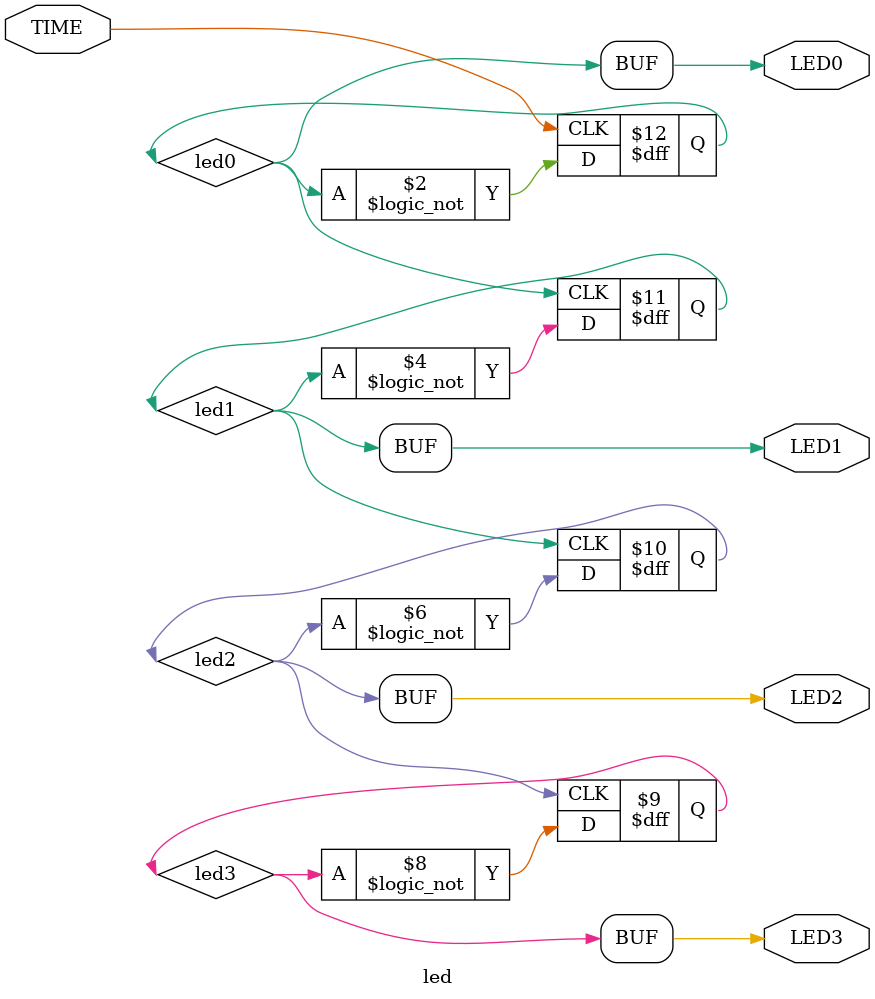
<source format=v>
module test (CLK,TIME,LED);
	input CLK;
	output TIME;
	output [3:0]LED;
	wire TIME,LED0,LED1,LED2,LED3;
	assign LED={LED3,LED2,LED1,LED0};
	second U1
	(
		.CLK(CLK),
		.TIME(TIME)
	);
	
	led U2
	(
	   .TIME(TIME),
		.LED0(LED0),
		.LED1(LED1),
		.LED2(LED2),
		.LED3(LED3)
	);
	
	
endmodule

module second(CLK,TIME);
	input CLK;
	output TIME;
	parameter T_500MS = 12500000;	//50MHz¾§Õñ
	reg tm;
	reg [25:0]i;
	always @(posedge CLK)
		if(i==T_500MS)begin
			i<=0;
			tm<=!tm;
		end
		else
			i<=i+26'b1;
			
	assign TIME=tm;
endmodule

module led (TIME,LED0,LED1,LED2,LED3);
	input TIME;
	output LED0,LED1,LED2,LED3;
	reg led0,led1,led2,led3;
	always @(posedge TIME)
		led0<=!led0;
	always @(posedge LED0)
		led1<=!led1;
	always @(posedge LED1)
		led2<=!led2;
	always @(posedge LED2)
		led3<=!led3;
	assign LED0=led0,LED1=led1,LED2=led2,LED3=led3;
endmodule

</source>
